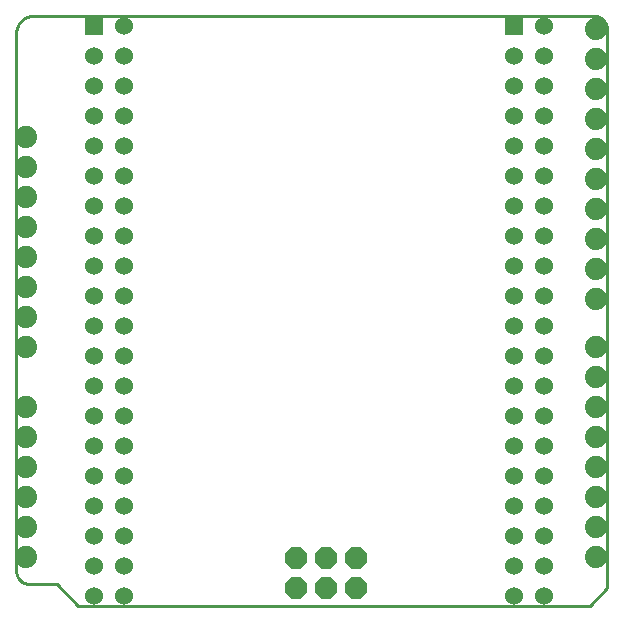
<source format=gts>
G75*
%MOIN*%
%OFA0B0*%
%FSLAX25Y25*%
%IPPOS*%
%LPD*%
%AMOC8*
5,1,8,0,0,1.08239X$1,22.5*
%
%ADD10C,0.01000*%
%ADD11C,0.06000*%
%ADD12R,0.06000X0.06000*%
%ADD13C,0.07400*%
%ADD14OC8,0.07400*%
D10*
X0024114Y0014431D02*
X0024114Y0194719D01*
X0024114Y0194718D02*
X0024132Y0194867D01*
X0024154Y0195015D01*
X0024180Y0195162D01*
X0024209Y0195309D01*
X0024243Y0195454D01*
X0024280Y0195599D01*
X0024321Y0195743D01*
X0024366Y0195886D01*
X0024415Y0196027D01*
X0024467Y0196168D01*
X0024523Y0196306D01*
X0024583Y0196444D01*
X0024646Y0196579D01*
X0024712Y0196713D01*
X0024783Y0196845D01*
X0024856Y0196976D01*
X0024933Y0197104D01*
X0025013Y0197230D01*
X0025097Y0197354D01*
X0025184Y0197476D01*
X0025274Y0197596D01*
X0025367Y0197713D01*
X0025463Y0197827D01*
X0025562Y0197940D01*
X0025664Y0198049D01*
X0025769Y0198156D01*
X0025876Y0198260D01*
X0025986Y0198361D01*
X0026099Y0198459D01*
X0026215Y0198555D01*
X0026333Y0198647D01*
X0026453Y0198736D01*
X0026575Y0198822D01*
X0026700Y0198904D01*
X0026827Y0198984D01*
X0026956Y0199060D01*
X0027086Y0199132D01*
X0027219Y0199202D01*
X0027353Y0199267D01*
X0027490Y0199329D01*
X0027627Y0199388D01*
X0027766Y0199443D01*
X0027907Y0199494D01*
X0028049Y0199542D01*
X0028192Y0199586D01*
X0028336Y0199626D01*
X0028481Y0199662D01*
X0028627Y0199694D01*
X0028774Y0199723D01*
X0028922Y0199748D01*
X0029070Y0199769D01*
X0029218Y0199786D01*
X0029367Y0199799D01*
X0029517Y0199808D01*
X0029666Y0199814D01*
X0029816Y0199815D01*
X0029965Y0199812D01*
X0030115Y0199806D01*
X0030264Y0199796D01*
X0030413Y0199781D01*
X0217110Y0199781D01*
X0217242Y0199761D01*
X0217373Y0199738D01*
X0217504Y0199710D01*
X0217633Y0199678D01*
X0217762Y0199643D01*
X0217889Y0199604D01*
X0218016Y0199561D01*
X0218141Y0199515D01*
X0218264Y0199464D01*
X0218386Y0199410D01*
X0218506Y0199353D01*
X0218625Y0199292D01*
X0218742Y0199227D01*
X0218856Y0199159D01*
X0218969Y0199088D01*
X0219079Y0199013D01*
X0219188Y0198935D01*
X0219293Y0198854D01*
X0219397Y0198770D01*
X0219498Y0198683D01*
X0219596Y0198593D01*
X0219692Y0198500D01*
X0219784Y0198404D01*
X0219874Y0198306D01*
X0219961Y0198205D01*
X0220045Y0198101D01*
X0220126Y0197995D01*
X0220203Y0197886D01*
X0220278Y0197776D01*
X0220349Y0197663D01*
X0220416Y0197548D01*
X0220481Y0197431D01*
X0220541Y0197312D01*
X0220598Y0197192D01*
X0220652Y0197070D01*
X0220702Y0196946D01*
X0220748Y0196821D01*
X0220791Y0196695D01*
X0220830Y0196567D01*
X0220865Y0196439D01*
X0220896Y0196309D01*
X0220923Y0196178D01*
X0220946Y0196047D01*
X0220966Y0195915D01*
X0220981Y0195783D01*
X0220993Y0195650D01*
X0221001Y0195517D01*
X0221005Y0195384D01*
X0221004Y0195250D01*
X0221000Y0195117D01*
X0220992Y0194984D01*
X0220980Y0194851D01*
X0220964Y0194719D01*
X0220964Y0009014D01*
X0215256Y0003250D01*
X0044826Y0003250D01*
X0037582Y0010494D01*
X0028763Y0010494D01*
X0028633Y0010485D01*
X0028503Y0010480D01*
X0028373Y0010479D01*
X0028243Y0010482D01*
X0028113Y0010489D01*
X0027984Y0010500D01*
X0027854Y0010515D01*
X0027726Y0010533D01*
X0027597Y0010556D01*
X0027470Y0010582D01*
X0027343Y0010612D01*
X0027218Y0010646D01*
X0027093Y0010684D01*
X0026970Y0010726D01*
X0026848Y0010771D01*
X0026727Y0010820D01*
X0026608Y0010872D01*
X0026491Y0010929D01*
X0026375Y0010988D01*
X0026261Y0011051D01*
X0026150Y0011118D01*
X0026040Y0011188D01*
X0025932Y0011261D01*
X0025827Y0011337D01*
X0025724Y0011417D01*
X0025623Y0011499D01*
X0025525Y0011585D01*
X0025430Y0011673D01*
X0025337Y0011765D01*
X0025247Y0011859D01*
X0025160Y0011956D01*
X0025076Y0012055D01*
X0024995Y0012157D01*
X0024917Y0012261D01*
X0024843Y0012368D01*
X0024771Y0012476D01*
X0024703Y0012587D01*
X0024638Y0012700D01*
X0024577Y0012815D01*
X0024519Y0012931D01*
X0024465Y0013050D01*
X0024414Y0013170D01*
X0024367Y0013291D01*
X0024324Y0013414D01*
X0024284Y0013538D01*
X0024248Y0013663D01*
X0024216Y0013789D01*
X0024188Y0013916D01*
X0024164Y0014044D01*
X0024143Y0014172D01*
X0024126Y0014301D01*
X0024114Y0014431D01*
D11*
X0049952Y0016494D03*
X0049952Y0006494D03*
X0059952Y0006494D03*
X0059952Y0016494D03*
X0059952Y0026494D03*
X0049952Y0026494D03*
X0049952Y0036494D03*
X0059952Y0036494D03*
X0059952Y0046494D03*
X0049952Y0046494D03*
X0049952Y0056494D03*
X0059952Y0056494D03*
X0059952Y0066494D03*
X0049952Y0066494D03*
X0049952Y0076494D03*
X0059952Y0076494D03*
X0059952Y0086494D03*
X0049952Y0086494D03*
X0049952Y0096494D03*
X0059952Y0096494D03*
X0059952Y0106494D03*
X0049952Y0106494D03*
X0049952Y0116494D03*
X0059952Y0116494D03*
X0059952Y0126494D03*
X0049952Y0126494D03*
X0049952Y0136494D03*
X0049952Y0146494D03*
X0059952Y0146494D03*
X0059952Y0136494D03*
X0059952Y0156494D03*
X0049952Y0156494D03*
X0049952Y0166494D03*
X0059952Y0166494D03*
X0059952Y0176494D03*
X0049952Y0176494D03*
X0049952Y0186494D03*
X0059952Y0186494D03*
X0059952Y0196494D03*
X0189952Y0186494D03*
X0199952Y0186494D03*
X0199952Y0176494D03*
X0189952Y0176494D03*
X0189952Y0166494D03*
X0199952Y0166494D03*
X0199952Y0156494D03*
X0189952Y0156494D03*
X0189952Y0146494D03*
X0189952Y0136494D03*
X0199952Y0136494D03*
X0199952Y0146494D03*
X0199952Y0126494D03*
X0189952Y0126494D03*
X0189952Y0116494D03*
X0199952Y0116494D03*
X0199952Y0106494D03*
X0189952Y0106494D03*
X0189952Y0096494D03*
X0199952Y0096494D03*
X0199952Y0086494D03*
X0189952Y0086494D03*
X0189952Y0076494D03*
X0189952Y0066494D03*
X0199952Y0066494D03*
X0199952Y0076494D03*
X0199952Y0056494D03*
X0189952Y0056494D03*
X0189952Y0046494D03*
X0199952Y0046494D03*
X0199952Y0036494D03*
X0189952Y0036494D03*
X0189952Y0026494D03*
X0199952Y0026494D03*
X0199952Y0016494D03*
X0189952Y0016494D03*
X0189952Y0006494D03*
X0199952Y0006494D03*
X0199952Y0196494D03*
D12*
X0189952Y0196494D03*
X0049952Y0196494D03*
D13*
X0027452Y0159494D03*
X0027452Y0149494D03*
X0027452Y0139494D03*
X0027452Y0129494D03*
X0027452Y0119494D03*
X0027452Y0109494D03*
X0027452Y0099494D03*
X0027452Y0089494D03*
X0027452Y0069494D03*
X0027452Y0059494D03*
X0027452Y0049494D03*
X0027452Y0039494D03*
X0027452Y0029494D03*
X0027452Y0019494D03*
X0217452Y0019494D03*
X0217452Y0029494D03*
X0217452Y0039494D03*
X0217452Y0049494D03*
X0217452Y0059494D03*
X0217452Y0069494D03*
X0217452Y0079494D03*
X0217452Y0089494D03*
X0217452Y0105494D03*
X0217452Y0115494D03*
X0217452Y0125494D03*
X0217452Y0135494D03*
X0217452Y0145494D03*
X0217452Y0155494D03*
X0217452Y0165494D03*
X0217452Y0175494D03*
X0217452Y0185494D03*
X0217452Y0195494D03*
D14*
X0137452Y0018994D03*
X0127452Y0018994D03*
X0117452Y0018994D03*
X0117452Y0008994D03*
X0127452Y0008994D03*
X0137452Y0008994D03*
M02*

</source>
